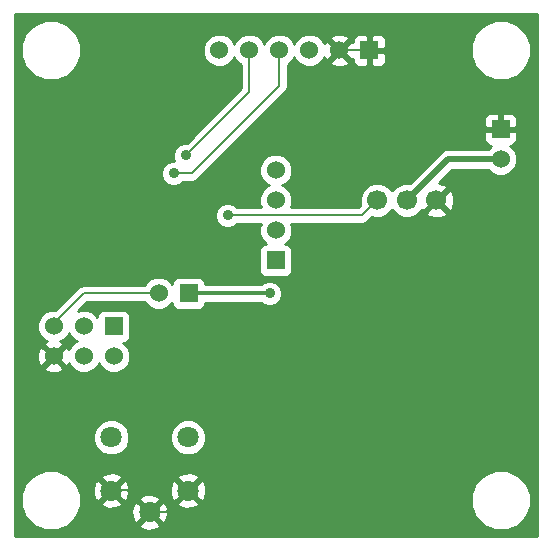
<source format=gbl>
G04 (created by PCBNEW-RS274X (2011-nov-30)-testing) date Tue 24 Jan 2012 06:26:41 PM EST*
G01*
G70*
G90*
%MOIN*%
G04 Gerber Fmt 3.4, Leading zero omitted, Abs format*
%FSLAX34Y34*%
G04 APERTURE LIST*
%ADD10C,0.006000*%
%ADD11C,0.066900*%
%ADD12R,0.060000X0.060000*%
%ADD13C,0.060000*%
%ADD14C,0.070900*%
%ADD15C,0.035000*%
%ADD16C,0.020000*%
%ADD17C,0.012000*%
%ADD18C,0.010000*%
G04 APERTURE END LIST*
G54D10*
G54D11*
X66359Y-54500D03*
X65375Y-54500D03*
X64391Y-54500D03*
G54D12*
X64125Y-49500D03*
G54D13*
X63125Y-49500D03*
X62125Y-49500D03*
X61125Y-49500D03*
X60125Y-49500D03*
X59125Y-49500D03*
G54D12*
X68500Y-52125D03*
G54D13*
X68500Y-53125D03*
G54D12*
X58100Y-57600D03*
G54D13*
X57100Y-57600D03*
G54D12*
X55600Y-58700D03*
G54D13*
X55600Y-59700D03*
X54600Y-58700D03*
X54600Y-59700D03*
X53600Y-58700D03*
X53600Y-59700D03*
G54D14*
X55520Y-62400D03*
X58080Y-62400D03*
X55520Y-64172D03*
X58080Y-64172D03*
X56800Y-64900D03*
G54D12*
X61000Y-56500D03*
G54D13*
X61000Y-55500D03*
X61000Y-54500D03*
X61000Y-53500D03*
G54D15*
X56550Y-52250D03*
X66800Y-58400D03*
X67600Y-58400D03*
X66000Y-58400D03*
X65200Y-58400D03*
X64400Y-58400D03*
X56700Y-53000D03*
X60800Y-57600D03*
X57600Y-53600D03*
X59400Y-55000D03*
X58000Y-53000D03*
G54D16*
X66750Y-53125D02*
X68500Y-53125D01*
X65375Y-54500D02*
X66750Y-53125D01*
G54D10*
X58100Y-64150D02*
X57350Y-64900D01*
X56050Y-64150D02*
X55500Y-64150D01*
X56800Y-64900D02*
X56050Y-64150D01*
X58080Y-64172D02*
X58100Y-64150D01*
X57350Y-64900D02*
X56800Y-64900D01*
X56550Y-52250D02*
X56550Y-52850D01*
X66000Y-58400D02*
X66800Y-58400D01*
X55500Y-64150D02*
X55520Y-64172D01*
X66000Y-58400D02*
X65200Y-58400D01*
X56550Y-52850D02*
X56700Y-53000D01*
X64125Y-49500D02*
X63125Y-49500D01*
G54D17*
X58100Y-57600D02*
X60800Y-57600D01*
G54D10*
X53600Y-58700D02*
X53600Y-58600D01*
X54600Y-57600D02*
X57100Y-57600D01*
X53600Y-58600D02*
X54600Y-57600D01*
X57600Y-53600D02*
X58200Y-53600D01*
X58200Y-53600D02*
X61125Y-50675D01*
X61125Y-50675D02*
X61125Y-49500D01*
X63891Y-55000D02*
X64391Y-54500D01*
X59400Y-55000D02*
X63891Y-55000D01*
X60125Y-50875D02*
X60125Y-49500D01*
X58000Y-53000D02*
X60125Y-50875D01*
G36*
X69700Y-65700D02*
X69500Y-65700D01*
X69500Y-64700D01*
X69500Y-64302D01*
X69500Y-49700D01*
X69500Y-49302D01*
X69348Y-48934D01*
X69067Y-48653D01*
X68700Y-48500D01*
X68302Y-48500D01*
X67934Y-48652D01*
X67653Y-48933D01*
X67500Y-49300D01*
X67500Y-49698D01*
X67652Y-50066D01*
X67933Y-50347D01*
X68300Y-50500D01*
X68698Y-50500D01*
X69066Y-50348D01*
X69347Y-50067D01*
X69500Y-49700D01*
X69500Y-64302D01*
X69348Y-63934D01*
X69067Y-63653D01*
X69050Y-63645D01*
X69050Y-52237D01*
X69050Y-52013D01*
X69049Y-51776D01*
X69011Y-51684D01*
X68941Y-51614D01*
X68850Y-51576D01*
X68751Y-51576D01*
X68612Y-51575D01*
X68550Y-51637D01*
X68550Y-52075D01*
X68988Y-52075D01*
X69050Y-52013D01*
X69050Y-52237D01*
X68988Y-52175D01*
X68600Y-52175D01*
X68550Y-52175D01*
X68450Y-52175D01*
X68450Y-52075D01*
X68450Y-51637D01*
X68388Y-51575D01*
X68249Y-51576D01*
X68150Y-51576D01*
X68059Y-51614D01*
X67989Y-51684D01*
X67951Y-51776D01*
X67950Y-52013D01*
X68012Y-52075D01*
X68450Y-52075D01*
X68450Y-52175D01*
X68400Y-52175D01*
X68012Y-52175D01*
X67950Y-52237D01*
X67951Y-52474D01*
X67989Y-52566D01*
X68059Y-52636D01*
X68150Y-52674D01*
X68175Y-52674D01*
X68074Y-52775D01*
X66750Y-52775D01*
X66616Y-52802D01*
X66502Y-52878D01*
X65464Y-53916D01*
X65259Y-53916D01*
X65044Y-54005D01*
X64883Y-54166D01*
X64722Y-54005D01*
X64675Y-53985D01*
X64675Y-49612D01*
X64675Y-49388D01*
X64674Y-49249D01*
X64674Y-49150D01*
X64636Y-49059D01*
X64566Y-48989D01*
X64474Y-48951D01*
X64237Y-48950D01*
X64175Y-49012D01*
X64175Y-49450D01*
X64613Y-49450D01*
X64675Y-49388D01*
X64675Y-49612D01*
X64613Y-49550D01*
X64175Y-49550D01*
X64175Y-49988D01*
X64237Y-50050D01*
X64474Y-50049D01*
X64566Y-50011D01*
X64636Y-49941D01*
X64674Y-49850D01*
X64674Y-49751D01*
X64675Y-49612D01*
X64675Y-53985D01*
X64507Y-53916D01*
X64275Y-53916D01*
X64075Y-53998D01*
X64075Y-49988D01*
X64075Y-49600D01*
X64075Y-49550D01*
X64075Y-49450D01*
X64075Y-49400D01*
X64075Y-49012D01*
X64013Y-48950D01*
X63776Y-48951D01*
X63684Y-48989D01*
X63614Y-49059D01*
X63576Y-49150D01*
X63576Y-49205D01*
X63510Y-49185D01*
X63440Y-49255D01*
X63440Y-49115D01*
X63411Y-49020D01*
X63206Y-48947D01*
X62988Y-48958D01*
X62839Y-49020D01*
X62810Y-49115D01*
X63125Y-49429D01*
X63440Y-49115D01*
X63440Y-49255D01*
X63196Y-49500D01*
X63510Y-49815D01*
X63576Y-49794D01*
X63576Y-49850D01*
X63614Y-49941D01*
X63684Y-50011D01*
X63776Y-50049D01*
X64013Y-50050D01*
X64075Y-49988D01*
X64075Y-53998D01*
X64060Y-54005D01*
X63896Y-54169D01*
X63807Y-54384D01*
X63807Y-54616D01*
X63828Y-54666D01*
X63775Y-54720D01*
X63440Y-54720D01*
X63440Y-49885D01*
X63125Y-49571D01*
X63054Y-49641D01*
X63054Y-49500D01*
X62740Y-49185D01*
X62645Y-49214D01*
X62624Y-49271D01*
X62590Y-49189D01*
X62436Y-49035D01*
X62234Y-48951D01*
X62016Y-48951D01*
X61814Y-49035D01*
X61660Y-49189D01*
X61625Y-49273D01*
X61590Y-49189D01*
X61436Y-49035D01*
X61234Y-48951D01*
X61016Y-48951D01*
X60814Y-49035D01*
X60660Y-49189D01*
X60625Y-49273D01*
X60590Y-49189D01*
X60436Y-49035D01*
X60234Y-48951D01*
X60016Y-48951D01*
X59814Y-49035D01*
X59660Y-49189D01*
X59625Y-49273D01*
X59590Y-49189D01*
X59436Y-49035D01*
X59234Y-48951D01*
X59016Y-48951D01*
X58814Y-49035D01*
X58660Y-49189D01*
X58576Y-49391D01*
X58576Y-49609D01*
X58660Y-49811D01*
X58814Y-49965D01*
X59016Y-50049D01*
X59234Y-50049D01*
X59436Y-49965D01*
X59590Y-49811D01*
X59625Y-49726D01*
X59660Y-49811D01*
X59814Y-49965D01*
X59845Y-49977D01*
X59845Y-50759D01*
X58029Y-52575D01*
X57916Y-52575D01*
X57760Y-52639D01*
X57640Y-52759D01*
X57575Y-52915D01*
X57575Y-53084D01*
X57612Y-53175D01*
X57516Y-53175D01*
X57360Y-53239D01*
X57240Y-53359D01*
X57175Y-53515D01*
X57175Y-53684D01*
X57239Y-53840D01*
X57359Y-53960D01*
X57515Y-54025D01*
X57684Y-54025D01*
X57840Y-53961D01*
X57921Y-53880D01*
X58200Y-53880D01*
X58307Y-53859D01*
X58398Y-53798D01*
X61323Y-50873D01*
X61383Y-50783D01*
X61384Y-50782D01*
X61405Y-50675D01*
X61405Y-49977D01*
X61436Y-49965D01*
X61590Y-49811D01*
X61625Y-49726D01*
X61660Y-49811D01*
X61814Y-49965D01*
X62016Y-50049D01*
X62234Y-50049D01*
X62436Y-49965D01*
X62590Y-49811D01*
X62622Y-49732D01*
X62645Y-49786D01*
X62740Y-49815D01*
X63054Y-49500D01*
X63054Y-49641D01*
X62810Y-49885D01*
X62839Y-49980D01*
X63044Y-50053D01*
X63262Y-50042D01*
X63411Y-49980D01*
X63440Y-49885D01*
X63440Y-54720D01*
X61502Y-54720D01*
X61549Y-54609D01*
X61549Y-54391D01*
X61465Y-54189D01*
X61311Y-54035D01*
X61226Y-54000D01*
X61311Y-53965D01*
X61465Y-53811D01*
X61549Y-53609D01*
X61549Y-53391D01*
X61465Y-53189D01*
X61311Y-53035D01*
X61109Y-52951D01*
X60891Y-52951D01*
X60689Y-53035D01*
X60535Y-53189D01*
X60451Y-53391D01*
X60451Y-53609D01*
X60535Y-53811D01*
X60689Y-53965D01*
X60773Y-54000D01*
X60689Y-54035D01*
X60535Y-54189D01*
X60451Y-54391D01*
X60451Y-54609D01*
X60497Y-54720D01*
X59721Y-54720D01*
X59641Y-54640D01*
X59485Y-54575D01*
X59316Y-54575D01*
X59160Y-54639D01*
X59040Y-54759D01*
X58975Y-54915D01*
X58975Y-55084D01*
X59039Y-55240D01*
X59159Y-55360D01*
X59315Y-55425D01*
X59484Y-55425D01*
X59640Y-55361D01*
X59721Y-55280D01*
X60497Y-55280D01*
X60451Y-55391D01*
X60451Y-55609D01*
X60535Y-55811D01*
X60675Y-55951D01*
X60651Y-55951D01*
X60559Y-55989D01*
X60489Y-56059D01*
X60451Y-56150D01*
X60451Y-56249D01*
X60451Y-56849D01*
X60489Y-56941D01*
X60559Y-57011D01*
X60650Y-57049D01*
X60749Y-57049D01*
X61349Y-57049D01*
X61441Y-57011D01*
X61511Y-56941D01*
X61549Y-56850D01*
X61549Y-56751D01*
X61549Y-56151D01*
X61511Y-56059D01*
X61441Y-55989D01*
X61350Y-55951D01*
X61325Y-55951D01*
X61465Y-55811D01*
X61549Y-55609D01*
X61549Y-55391D01*
X61502Y-55280D01*
X63891Y-55280D01*
X63998Y-55259D01*
X64089Y-55198D01*
X64224Y-55062D01*
X64275Y-55084D01*
X64507Y-55084D01*
X64722Y-54995D01*
X64883Y-54834D01*
X65044Y-54995D01*
X65259Y-55084D01*
X65491Y-55084D01*
X65706Y-54995D01*
X65870Y-54831D01*
X65876Y-54815D01*
X65949Y-54839D01*
X66253Y-54535D01*
X66288Y-54500D01*
X66359Y-54429D01*
X66394Y-54394D01*
X66698Y-54090D01*
X66667Y-53992D01*
X66455Y-53914D01*
X66894Y-53475D01*
X68074Y-53475D01*
X68189Y-53590D01*
X68391Y-53674D01*
X68609Y-53674D01*
X68811Y-53590D01*
X68965Y-53436D01*
X69049Y-53234D01*
X69049Y-53016D01*
X68965Y-52814D01*
X68825Y-52674D01*
X68850Y-52674D01*
X68941Y-52636D01*
X69011Y-52566D01*
X69049Y-52474D01*
X69050Y-52237D01*
X69050Y-63645D01*
X68700Y-63500D01*
X68302Y-63500D01*
X67934Y-63652D01*
X67653Y-63933D01*
X67500Y-64300D01*
X67500Y-64698D01*
X67652Y-65066D01*
X67933Y-65347D01*
X68300Y-65500D01*
X68698Y-65500D01*
X69066Y-65348D01*
X69347Y-65067D01*
X69500Y-64700D01*
X69500Y-65700D01*
X66947Y-65700D01*
X66947Y-54590D01*
X66937Y-54358D01*
X66867Y-54192D01*
X66769Y-54161D01*
X66430Y-54500D01*
X66769Y-54839D01*
X66867Y-54808D01*
X66947Y-54590D01*
X66947Y-65700D01*
X66698Y-65700D01*
X66698Y-54910D01*
X66359Y-54571D01*
X66020Y-54910D01*
X66051Y-55008D01*
X66269Y-55088D01*
X66501Y-55078D01*
X66667Y-55008D01*
X66698Y-54910D01*
X66698Y-65700D01*
X61225Y-65700D01*
X61225Y-57685D01*
X61225Y-57516D01*
X61161Y-57360D01*
X61041Y-57240D01*
X60885Y-57175D01*
X60716Y-57175D01*
X60560Y-57239D01*
X60509Y-57290D01*
X58649Y-57290D01*
X58649Y-57251D01*
X58611Y-57159D01*
X58541Y-57089D01*
X58450Y-57051D01*
X58351Y-57051D01*
X57751Y-57051D01*
X57659Y-57089D01*
X57589Y-57159D01*
X57551Y-57250D01*
X57551Y-57275D01*
X57411Y-57135D01*
X57209Y-57051D01*
X56991Y-57051D01*
X56789Y-57135D01*
X56635Y-57289D01*
X56622Y-57320D01*
X54600Y-57320D01*
X54500Y-57339D01*
X54500Y-49700D01*
X54500Y-49302D01*
X54348Y-48934D01*
X54067Y-48653D01*
X53700Y-48500D01*
X53302Y-48500D01*
X52934Y-48652D01*
X52653Y-48933D01*
X52500Y-49300D01*
X52500Y-49698D01*
X52652Y-50066D01*
X52933Y-50347D01*
X53300Y-50500D01*
X53698Y-50500D01*
X54066Y-50348D01*
X54347Y-50067D01*
X54500Y-49700D01*
X54500Y-57339D01*
X54492Y-57341D01*
X54402Y-57402D01*
X53653Y-58151D01*
X53491Y-58151D01*
X53289Y-58235D01*
X53135Y-58389D01*
X53051Y-58591D01*
X53051Y-58809D01*
X53135Y-59011D01*
X53289Y-59165D01*
X53367Y-59197D01*
X53314Y-59220D01*
X53285Y-59315D01*
X53600Y-59629D01*
X53915Y-59315D01*
X53886Y-59220D01*
X53828Y-59199D01*
X53911Y-59165D01*
X54065Y-59011D01*
X54100Y-58926D01*
X54135Y-59011D01*
X54289Y-59165D01*
X54373Y-59200D01*
X54289Y-59235D01*
X54135Y-59389D01*
X54102Y-59467D01*
X54080Y-59414D01*
X53985Y-59385D01*
X53671Y-59700D01*
X53985Y-60015D01*
X54080Y-59986D01*
X54100Y-59928D01*
X54135Y-60011D01*
X54289Y-60165D01*
X54491Y-60249D01*
X54709Y-60249D01*
X54911Y-60165D01*
X55065Y-60011D01*
X55100Y-59926D01*
X55135Y-60011D01*
X55289Y-60165D01*
X55491Y-60249D01*
X55709Y-60249D01*
X55911Y-60165D01*
X56065Y-60011D01*
X56149Y-59809D01*
X56149Y-59591D01*
X56065Y-59389D01*
X55925Y-59249D01*
X55949Y-59249D01*
X56041Y-59211D01*
X56111Y-59141D01*
X56149Y-59050D01*
X56149Y-58951D01*
X56149Y-58351D01*
X56111Y-58259D01*
X56041Y-58189D01*
X55950Y-58151D01*
X55851Y-58151D01*
X55251Y-58151D01*
X55159Y-58189D01*
X55089Y-58259D01*
X55051Y-58350D01*
X55051Y-58375D01*
X54911Y-58235D01*
X54709Y-58151D01*
X54491Y-58151D01*
X54412Y-58183D01*
X54716Y-57880D01*
X56622Y-57880D01*
X56635Y-57911D01*
X56789Y-58065D01*
X56991Y-58149D01*
X57209Y-58149D01*
X57411Y-58065D01*
X57551Y-57925D01*
X57551Y-57949D01*
X57589Y-58041D01*
X57659Y-58111D01*
X57750Y-58149D01*
X57849Y-58149D01*
X58449Y-58149D01*
X58541Y-58111D01*
X58611Y-58041D01*
X58649Y-57950D01*
X58649Y-57910D01*
X60509Y-57910D01*
X60559Y-57960D01*
X60715Y-58025D01*
X60884Y-58025D01*
X61040Y-57961D01*
X61160Y-57841D01*
X61225Y-57685D01*
X61225Y-65700D01*
X58687Y-65700D01*
X58687Y-64267D01*
X58683Y-64171D01*
X58683Y-62521D01*
X58683Y-62281D01*
X58592Y-62059D01*
X58422Y-61889D01*
X58201Y-61797D01*
X57961Y-61797D01*
X57739Y-61888D01*
X57569Y-62058D01*
X57477Y-62279D01*
X57477Y-62519D01*
X57568Y-62741D01*
X57738Y-62911D01*
X57959Y-63003D01*
X58199Y-63003D01*
X58421Y-62912D01*
X58591Y-62742D01*
X58683Y-62521D01*
X58683Y-64171D01*
X58677Y-64028D01*
X58605Y-63852D01*
X58504Y-63818D01*
X58434Y-63888D01*
X58434Y-63748D01*
X58400Y-63647D01*
X58175Y-63565D01*
X57936Y-63575D01*
X57760Y-63647D01*
X57726Y-63748D01*
X58080Y-64101D01*
X58434Y-63748D01*
X58434Y-63888D01*
X58151Y-64172D01*
X58504Y-64526D01*
X58605Y-64492D01*
X58687Y-64267D01*
X58687Y-65700D01*
X58434Y-65700D01*
X58434Y-64596D01*
X58080Y-64243D01*
X58009Y-64313D01*
X58009Y-64172D01*
X57656Y-63818D01*
X57555Y-63852D01*
X57473Y-64077D01*
X57483Y-64316D01*
X57555Y-64492D01*
X57656Y-64526D01*
X58009Y-64172D01*
X58009Y-64313D01*
X57726Y-64596D01*
X57760Y-64697D01*
X57985Y-64779D01*
X58224Y-64769D01*
X58400Y-64697D01*
X58434Y-64596D01*
X58434Y-65700D01*
X57407Y-65700D01*
X57407Y-64995D01*
X57397Y-64756D01*
X57325Y-64580D01*
X57224Y-64546D01*
X57154Y-64616D01*
X57154Y-64476D01*
X57120Y-64375D01*
X56895Y-64293D01*
X56656Y-64303D01*
X56480Y-64375D01*
X56446Y-64476D01*
X56800Y-64829D01*
X57154Y-64476D01*
X57154Y-64616D01*
X56871Y-64900D01*
X57224Y-65254D01*
X57325Y-65220D01*
X57407Y-64995D01*
X57407Y-65700D01*
X57154Y-65700D01*
X57154Y-65324D01*
X56800Y-64971D01*
X56729Y-65041D01*
X56729Y-64900D01*
X56376Y-64546D01*
X56275Y-64580D01*
X56193Y-64805D01*
X56203Y-65044D01*
X56275Y-65220D01*
X56376Y-65254D01*
X56729Y-64900D01*
X56729Y-65041D01*
X56446Y-65324D01*
X56480Y-65425D01*
X56705Y-65507D01*
X56944Y-65497D01*
X57120Y-65425D01*
X57154Y-65324D01*
X57154Y-65700D01*
X56127Y-65700D01*
X56127Y-64267D01*
X56123Y-64171D01*
X56123Y-62521D01*
X56123Y-62281D01*
X56032Y-62059D01*
X55862Y-61889D01*
X55641Y-61797D01*
X55401Y-61797D01*
X55179Y-61888D01*
X55009Y-62058D01*
X54917Y-62279D01*
X54917Y-62519D01*
X55008Y-62741D01*
X55178Y-62911D01*
X55399Y-63003D01*
X55639Y-63003D01*
X55861Y-62912D01*
X56031Y-62742D01*
X56123Y-62521D01*
X56123Y-64171D01*
X56117Y-64028D01*
X56045Y-63852D01*
X55944Y-63818D01*
X55874Y-63888D01*
X55874Y-63748D01*
X55840Y-63647D01*
X55615Y-63565D01*
X55376Y-63575D01*
X55200Y-63647D01*
X55166Y-63748D01*
X55520Y-64101D01*
X55874Y-63748D01*
X55874Y-63888D01*
X55591Y-64172D01*
X55944Y-64526D01*
X56045Y-64492D01*
X56127Y-64267D01*
X56127Y-65700D01*
X55874Y-65700D01*
X55874Y-64596D01*
X55520Y-64243D01*
X55449Y-64313D01*
X55449Y-64172D01*
X55096Y-63818D01*
X54995Y-63852D01*
X54913Y-64077D01*
X54923Y-64316D01*
X54995Y-64492D01*
X55096Y-64526D01*
X55449Y-64172D01*
X55449Y-64313D01*
X55166Y-64596D01*
X55200Y-64697D01*
X55425Y-64779D01*
X55664Y-64769D01*
X55840Y-64697D01*
X55874Y-64596D01*
X55874Y-65700D01*
X54500Y-65700D01*
X54500Y-64700D01*
X54500Y-64302D01*
X54348Y-63934D01*
X54067Y-63653D01*
X53915Y-63589D01*
X53915Y-60085D01*
X53600Y-59771D01*
X53529Y-59841D01*
X53529Y-59700D01*
X53215Y-59385D01*
X53120Y-59414D01*
X53047Y-59619D01*
X53058Y-59837D01*
X53120Y-59986D01*
X53215Y-60015D01*
X53529Y-59700D01*
X53529Y-59841D01*
X53285Y-60085D01*
X53314Y-60180D01*
X53519Y-60253D01*
X53737Y-60242D01*
X53886Y-60180D01*
X53915Y-60085D01*
X53915Y-63589D01*
X53700Y-63500D01*
X53302Y-63500D01*
X52934Y-63652D01*
X52653Y-63933D01*
X52500Y-64300D01*
X52500Y-64698D01*
X52652Y-65066D01*
X52933Y-65347D01*
X53300Y-65500D01*
X53698Y-65500D01*
X54066Y-65348D01*
X54347Y-65067D01*
X54500Y-64700D01*
X54500Y-65700D01*
X52300Y-65700D01*
X52300Y-48300D01*
X69700Y-48300D01*
X69700Y-65700D01*
X69700Y-65700D01*
G37*
G54D18*
X69700Y-65700D02*
X69500Y-65700D01*
X69500Y-64700D01*
X69500Y-64302D01*
X69500Y-49700D01*
X69500Y-49302D01*
X69348Y-48934D01*
X69067Y-48653D01*
X68700Y-48500D01*
X68302Y-48500D01*
X67934Y-48652D01*
X67653Y-48933D01*
X67500Y-49300D01*
X67500Y-49698D01*
X67652Y-50066D01*
X67933Y-50347D01*
X68300Y-50500D01*
X68698Y-50500D01*
X69066Y-50348D01*
X69347Y-50067D01*
X69500Y-49700D01*
X69500Y-64302D01*
X69348Y-63934D01*
X69067Y-63653D01*
X69050Y-63645D01*
X69050Y-52237D01*
X69050Y-52013D01*
X69049Y-51776D01*
X69011Y-51684D01*
X68941Y-51614D01*
X68850Y-51576D01*
X68751Y-51576D01*
X68612Y-51575D01*
X68550Y-51637D01*
X68550Y-52075D01*
X68988Y-52075D01*
X69050Y-52013D01*
X69050Y-52237D01*
X68988Y-52175D01*
X68600Y-52175D01*
X68550Y-52175D01*
X68450Y-52175D01*
X68450Y-52075D01*
X68450Y-51637D01*
X68388Y-51575D01*
X68249Y-51576D01*
X68150Y-51576D01*
X68059Y-51614D01*
X67989Y-51684D01*
X67951Y-51776D01*
X67950Y-52013D01*
X68012Y-52075D01*
X68450Y-52075D01*
X68450Y-52175D01*
X68400Y-52175D01*
X68012Y-52175D01*
X67950Y-52237D01*
X67951Y-52474D01*
X67989Y-52566D01*
X68059Y-52636D01*
X68150Y-52674D01*
X68175Y-52674D01*
X68074Y-52775D01*
X66750Y-52775D01*
X66616Y-52802D01*
X66502Y-52878D01*
X65464Y-53916D01*
X65259Y-53916D01*
X65044Y-54005D01*
X64883Y-54166D01*
X64722Y-54005D01*
X64675Y-53985D01*
X64675Y-49612D01*
X64675Y-49388D01*
X64674Y-49249D01*
X64674Y-49150D01*
X64636Y-49059D01*
X64566Y-48989D01*
X64474Y-48951D01*
X64237Y-48950D01*
X64175Y-49012D01*
X64175Y-49450D01*
X64613Y-49450D01*
X64675Y-49388D01*
X64675Y-49612D01*
X64613Y-49550D01*
X64175Y-49550D01*
X64175Y-49988D01*
X64237Y-50050D01*
X64474Y-50049D01*
X64566Y-50011D01*
X64636Y-49941D01*
X64674Y-49850D01*
X64674Y-49751D01*
X64675Y-49612D01*
X64675Y-53985D01*
X64507Y-53916D01*
X64275Y-53916D01*
X64075Y-53998D01*
X64075Y-49988D01*
X64075Y-49600D01*
X64075Y-49550D01*
X64075Y-49450D01*
X64075Y-49400D01*
X64075Y-49012D01*
X64013Y-48950D01*
X63776Y-48951D01*
X63684Y-48989D01*
X63614Y-49059D01*
X63576Y-49150D01*
X63576Y-49205D01*
X63510Y-49185D01*
X63440Y-49255D01*
X63440Y-49115D01*
X63411Y-49020D01*
X63206Y-48947D01*
X62988Y-48958D01*
X62839Y-49020D01*
X62810Y-49115D01*
X63125Y-49429D01*
X63440Y-49115D01*
X63440Y-49255D01*
X63196Y-49500D01*
X63510Y-49815D01*
X63576Y-49794D01*
X63576Y-49850D01*
X63614Y-49941D01*
X63684Y-50011D01*
X63776Y-50049D01*
X64013Y-50050D01*
X64075Y-49988D01*
X64075Y-53998D01*
X64060Y-54005D01*
X63896Y-54169D01*
X63807Y-54384D01*
X63807Y-54616D01*
X63828Y-54666D01*
X63775Y-54720D01*
X63440Y-54720D01*
X63440Y-49885D01*
X63125Y-49571D01*
X63054Y-49641D01*
X63054Y-49500D01*
X62740Y-49185D01*
X62645Y-49214D01*
X62624Y-49271D01*
X62590Y-49189D01*
X62436Y-49035D01*
X62234Y-48951D01*
X62016Y-48951D01*
X61814Y-49035D01*
X61660Y-49189D01*
X61625Y-49273D01*
X61590Y-49189D01*
X61436Y-49035D01*
X61234Y-48951D01*
X61016Y-48951D01*
X60814Y-49035D01*
X60660Y-49189D01*
X60625Y-49273D01*
X60590Y-49189D01*
X60436Y-49035D01*
X60234Y-48951D01*
X60016Y-48951D01*
X59814Y-49035D01*
X59660Y-49189D01*
X59625Y-49273D01*
X59590Y-49189D01*
X59436Y-49035D01*
X59234Y-48951D01*
X59016Y-48951D01*
X58814Y-49035D01*
X58660Y-49189D01*
X58576Y-49391D01*
X58576Y-49609D01*
X58660Y-49811D01*
X58814Y-49965D01*
X59016Y-50049D01*
X59234Y-50049D01*
X59436Y-49965D01*
X59590Y-49811D01*
X59625Y-49726D01*
X59660Y-49811D01*
X59814Y-49965D01*
X59845Y-49977D01*
X59845Y-50759D01*
X58029Y-52575D01*
X57916Y-52575D01*
X57760Y-52639D01*
X57640Y-52759D01*
X57575Y-52915D01*
X57575Y-53084D01*
X57612Y-53175D01*
X57516Y-53175D01*
X57360Y-53239D01*
X57240Y-53359D01*
X57175Y-53515D01*
X57175Y-53684D01*
X57239Y-53840D01*
X57359Y-53960D01*
X57515Y-54025D01*
X57684Y-54025D01*
X57840Y-53961D01*
X57921Y-53880D01*
X58200Y-53880D01*
X58307Y-53859D01*
X58398Y-53798D01*
X61323Y-50873D01*
X61383Y-50783D01*
X61384Y-50782D01*
X61405Y-50675D01*
X61405Y-49977D01*
X61436Y-49965D01*
X61590Y-49811D01*
X61625Y-49726D01*
X61660Y-49811D01*
X61814Y-49965D01*
X62016Y-50049D01*
X62234Y-50049D01*
X62436Y-49965D01*
X62590Y-49811D01*
X62622Y-49732D01*
X62645Y-49786D01*
X62740Y-49815D01*
X63054Y-49500D01*
X63054Y-49641D01*
X62810Y-49885D01*
X62839Y-49980D01*
X63044Y-50053D01*
X63262Y-50042D01*
X63411Y-49980D01*
X63440Y-49885D01*
X63440Y-54720D01*
X61502Y-54720D01*
X61549Y-54609D01*
X61549Y-54391D01*
X61465Y-54189D01*
X61311Y-54035D01*
X61226Y-54000D01*
X61311Y-53965D01*
X61465Y-53811D01*
X61549Y-53609D01*
X61549Y-53391D01*
X61465Y-53189D01*
X61311Y-53035D01*
X61109Y-52951D01*
X60891Y-52951D01*
X60689Y-53035D01*
X60535Y-53189D01*
X60451Y-53391D01*
X60451Y-53609D01*
X60535Y-53811D01*
X60689Y-53965D01*
X60773Y-54000D01*
X60689Y-54035D01*
X60535Y-54189D01*
X60451Y-54391D01*
X60451Y-54609D01*
X60497Y-54720D01*
X59721Y-54720D01*
X59641Y-54640D01*
X59485Y-54575D01*
X59316Y-54575D01*
X59160Y-54639D01*
X59040Y-54759D01*
X58975Y-54915D01*
X58975Y-55084D01*
X59039Y-55240D01*
X59159Y-55360D01*
X59315Y-55425D01*
X59484Y-55425D01*
X59640Y-55361D01*
X59721Y-55280D01*
X60497Y-55280D01*
X60451Y-55391D01*
X60451Y-55609D01*
X60535Y-55811D01*
X60675Y-55951D01*
X60651Y-55951D01*
X60559Y-55989D01*
X60489Y-56059D01*
X60451Y-56150D01*
X60451Y-56249D01*
X60451Y-56849D01*
X60489Y-56941D01*
X60559Y-57011D01*
X60650Y-57049D01*
X60749Y-57049D01*
X61349Y-57049D01*
X61441Y-57011D01*
X61511Y-56941D01*
X61549Y-56850D01*
X61549Y-56751D01*
X61549Y-56151D01*
X61511Y-56059D01*
X61441Y-55989D01*
X61350Y-55951D01*
X61325Y-55951D01*
X61465Y-55811D01*
X61549Y-55609D01*
X61549Y-55391D01*
X61502Y-55280D01*
X63891Y-55280D01*
X63998Y-55259D01*
X64089Y-55198D01*
X64224Y-55062D01*
X64275Y-55084D01*
X64507Y-55084D01*
X64722Y-54995D01*
X64883Y-54834D01*
X65044Y-54995D01*
X65259Y-55084D01*
X65491Y-55084D01*
X65706Y-54995D01*
X65870Y-54831D01*
X65876Y-54815D01*
X65949Y-54839D01*
X66253Y-54535D01*
X66288Y-54500D01*
X66359Y-54429D01*
X66394Y-54394D01*
X66698Y-54090D01*
X66667Y-53992D01*
X66455Y-53914D01*
X66894Y-53475D01*
X68074Y-53475D01*
X68189Y-53590D01*
X68391Y-53674D01*
X68609Y-53674D01*
X68811Y-53590D01*
X68965Y-53436D01*
X69049Y-53234D01*
X69049Y-53016D01*
X68965Y-52814D01*
X68825Y-52674D01*
X68850Y-52674D01*
X68941Y-52636D01*
X69011Y-52566D01*
X69049Y-52474D01*
X69050Y-52237D01*
X69050Y-63645D01*
X68700Y-63500D01*
X68302Y-63500D01*
X67934Y-63652D01*
X67653Y-63933D01*
X67500Y-64300D01*
X67500Y-64698D01*
X67652Y-65066D01*
X67933Y-65347D01*
X68300Y-65500D01*
X68698Y-65500D01*
X69066Y-65348D01*
X69347Y-65067D01*
X69500Y-64700D01*
X69500Y-65700D01*
X66947Y-65700D01*
X66947Y-54590D01*
X66937Y-54358D01*
X66867Y-54192D01*
X66769Y-54161D01*
X66430Y-54500D01*
X66769Y-54839D01*
X66867Y-54808D01*
X66947Y-54590D01*
X66947Y-65700D01*
X66698Y-65700D01*
X66698Y-54910D01*
X66359Y-54571D01*
X66020Y-54910D01*
X66051Y-55008D01*
X66269Y-55088D01*
X66501Y-55078D01*
X66667Y-55008D01*
X66698Y-54910D01*
X66698Y-65700D01*
X61225Y-65700D01*
X61225Y-57685D01*
X61225Y-57516D01*
X61161Y-57360D01*
X61041Y-57240D01*
X60885Y-57175D01*
X60716Y-57175D01*
X60560Y-57239D01*
X60509Y-57290D01*
X58649Y-57290D01*
X58649Y-57251D01*
X58611Y-57159D01*
X58541Y-57089D01*
X58450Y-57051D01*
X58351Y-57051D01*
X57751Y-57051D01*
X57659Y-57089D01*
X57589Y-57159D01*
X57551Y-57250D01*
X57551Y-57275D01*
X57411Y-57135D01*
X57209Y-57051D01*
X56991Y-57051D01*
X56789Y-57135D01*
X56635Y-57289D01*
X56622Y-57320D01*
X54600Y-57320D01*
X54500Y-57339D01*
X54500Y-49700D01*
X54500Y-49302D01*
X54348Y-48934D01*
X54067Y-48653D01*
X53700Y-48500D01*
X53302Y-48500D01*
X52934Y-48652D01*
X52653Y-48933D01*
X52500Y-49300D01*
X52500Y-49698D01*
X52652Y-50066D01*
X52933Y-50347D01*
X53300Y-50500D01*
X53698Y-50500D01*
X54066Y-50348D01*
X54347Y-50067D01*
X54500Y-49700D01*
X54500Y-57339D01*
X54492Y-57341D01*
X54402Y-57402D01*
X53653Y-58151D01*
X53491Y-58151D01*
X53289Y-58235D01*
X53135Y-58389D01*
X53051Y-58591D01*
X53051Y-58809D01*
X53135Y-59011D01*
X53289Y-59165D01*
X53367Y-59197D01*
X53314Y-59220D01*
X53285Y-59315D01*
X53600Y-59629D01*
X53915Y-59315D01*
X53886Y-59220D01*
X53828Y-59199D01*
X53911Y-59165D01*
X54065Y-59011D01*
X54100Y-58926D01*
X54135Y-59011D01*
X54289Y-59165D01*
X54373Y-59200D01*
X54289Y-59235D01*
X54135Y-59389D01*
X54102Y-59467D01*
X54080Y-59414D01*
X53985Y-59385D01*
X53671Y-59700D01*
X53985Y-60015D01*
X54080Y-59986D01*
X54100Y-59928D01*
X54135Y-60011D01*
X54289Y-60165D01*
X54491Y-60249D01*
X54709Y-60249D01*
X54911Y-60165D01*
X55065Y-60011D01*
X55100Y-59926D01*
X55135Y-60011D01*
X55289Y-60165D01*
X55491Y-60249D01*
X55709Y-60249D01*
X55911Y-60165D01*
X56065Y-60011D01*
X56149Y-59809D01*
X56149Y-59591D01*
X56065Y-59389D01*
X55925Y-59249D01*
X55949Y-59249D01*
X56041Y-59211D01*
X56111Y-59141D01*
X56149Y-59050D01*
X56149Y-58951D01*
X56149Y-58351D01*
X56111Y-58259D01*
X56041Y-58189D01*
X55950Y-58151D01*
X55851Y-58151D01*
X55251Y-58151D01*
X55159Y-58189D01*
X55089Y-58259D01*
X55051Y-58350D01*
X55051Y-58375D01*
X54911Y-58235D01*
X54709Y-58151D01*
X54491Y-58151D01*
X54412Y-58183D01*
X54716Y-57880D01*
X56622Y-57880D01*
X56635Y-57911D01*
X56789Y-58065D01*
X56991Y-58149D01*
X57209Y-58149D01*
X57411Y-58065D01*
X57551Y-57925D01*
X57551Y-57949D01*
X57589Y-58041D01*
X57659Y-58111D01*
X57750Y-58149D01*
X57849Y-58149D01*
X58449Y-58149D01*
X58541Y-58111D01*
X58611Y-58041D01*
X58649Y-57950D01*
X58649Y-57910D01*
X60509Y-57910D01*
X60559Y-57960D01*
X60715Y-58025D01*
X60884Y-58025D01*
X61040Y-57961D01*
X61160Y-57841D01*
X61225Y-57685D01*
X61225Y-65700D01*
X58687Y-65700D01*
X58687Y-64267D01*
X58683Y-64171D01*
X58683Y-62521D01*
X58683Y-62281D01*
X58592Y-62059D01*
X58422Y-61889D01*
X58201Y-61797D01*
X57961Y-61797D01*
X57739Y-61888D01*
X57569Y-62058D01*
X57477Y-62279D01*
X57477Y-62519D01*
X57568Y-62741D01*
X57738Y-62911D01*
X57959Y-63003D01*
X58199Y-63003D01*
X58421Y-62912D01*
X58591Y-62742D01*
X58683Y-62521D01*
X58683Y-64171D01*
X58677Y-64028D01*
X58605Y-63852D01*
X58504Y-63818D01*
X58434Y-63888D01*
X58434Y-63748D01*
X58400Y-63647D01*
X58175Y-63565D01*
X57936Y-63575D01*
X57760Y-63647D01*
X57726Y-63748D01*
X58080Y-64101D01*
X58434Y-63748D01*
X58434Y-63888D01*
X58151Y-64172D01*
X58504Y-64526D01*
X58605Y-64492D01*
X58687Y-64267D01*
X58687Y-65700D01*
X58434Y-65700D01*
X58434Y-64596D01*
X58080Y-64243D01*
X58009Y-64313D01*
X58009Y-64172D01*
X57656Y-63818D01*
X57555Y-63852D01*
X57473Y-64077D01*
X57483Y-64316D01*
X57555Y-64492D01*
X57656Y-64526D01*
X58009Y-64172D01*
X58009Y-64313D01*
X57726Y-64596D01*
X57760Y-64697D01*
X57985Y-64779D01*
X58224Y-64769D01*
X58400Y-64697D01*
X58434Y-64596D01*
X58434Y-65700D01*
X57407Y-65700D01*
X57407Y-64995D01*
X57397Y-64756D01*
X57325Y-64580D01*
X57224Y-64546D01*
X57154Y-64616D01*
X57154Y-64476D01*
X57120Y-64375D01*
X56895Y-64293D01*
X56656Y-64303D01*
X56480Y-64375D01*
X56446Y-64476D01*
X56800Y-64829D01*
X57154Y-64476D01*
X57154Y-64616D01*
X56871Y-64900D01*
X57224Y-65254D01*
X57325Y-65220D01*
X57407Y-64995D01*
X57407Y-65700D01*
X57154Y-65700D01*
X57154Y-65324D01*
X56800Y-64971D01*
X56729Y-65041D01*
X56729Y-64900D01*
X56376Y-64546D01*
X56275Y-64580D01*
X56193Y-64805D01*
X56203Y-65044D01*
X56275Y-65220D01*
X56376Y-65254D01*
X56729Y-64900D01*
X56729Y-65041D01*
X56446Y-65324D01*
X56480Y-65425D01*
X56705Y-65507D01*
X56944Y-65497D01*
X57120Y-65425D01*
X57154Y-65324D01*
X57154Y-65700D01*
X56127Y-65700D01*
X56127Y-64267D01*
X56123Y-64171D01*
X56123Y-62521D01*
X56123Y-62281D01*
X56032Y-62059D01*
X55862Y-61889D01*
X55641Y-61797D01*
X55401Y-61797D01*
X55179Y-61888D01*
X55009Y-62058D01*
X54917Y-62279D01*
X54917Y-62519D01*
X55008Y-62741D01*
X55178Y-62911D01*
X55399Y-63003D01*
X55639Y-63003D01*
X55861Y-62912D01*
X56031Y-62742D01*
X56123Y-62521D01*
X56123Y-64171D01*
X56117Y-64028D01*
X56045Y-63852D01*
X55944Y-63818D01*
X55874Y-63888D01*
X55874Y-63748D01*
X55840Y-63647D01*
X55615Y-63565D01*
X55376Y-63575D01*
X55200Y-63647D01*
X55166Y-63748D01*
X55520Y-64101D01*
X55874Y-63748D01*
X55874Y-63888D01*
X55591Y-64172D01*
X55944Y-64526D01*
X56045Y-64492D01*
X56127Y-64267D01*
X56127Y-65700D01*
X55874Y-65700D01*
X55874Y-64596D01*
X55520Y-64243D01*
X55449Y-64313D01*
X55449Y-64172D01*
X55096Y-63818D01*
X54995Y-63852D01*
X54913Y-64077D01*
X54923Y-64316D01*
X54995Y-64492D01*
X55096Y-64526D01*
X55449Y-64172D01*
X55449Y-64313D01*
X55166Y-64596D01*
X55200Y-64697D01*
X55425Y-64779D01*
X55664Y-64769D01*
X55840Y-64697D01*
X55874Y-64596D01*
X55874Y-65700D01*
X54500Y-65700D01*
X54500Y-64700D01*
X54500Y-64302D01*
X54348Y-63934D01*
X54067Y-63653D01*
X53915Y-63589D01*
X53915Y-60085D01*
X53600Y-59771D01*
X53529Y-59841D01*
X53529Y-59700D01*
X53215Y-59385D01*
X53120Y-59414D01*
X53047Y-59619D01*
X53058Y-59837D01*
X53120Y-59986D01*
X53215Y-60015D01*
X53529Y-59700D01*
X53529Y-59841D01*
X53285Y-60085D01*
X53314Y-60180D01*
X53519Y-60253D01*
X53737Y-60242D01*
X53886Y-60180D01*
X53915Y-60085D01*
X53915Y-63589D01*
X53700Y-63500D01*
X53302Y-63500D01*
X52934Y-63652D01*
X52653Y-63933D01*
X52500Y-64300D01*
X52500Y-64698D01*
X52652Y-65066D01*
X52933Y-65347D01*
X53300Y-65500D01*
X53698Y-65500D01*
X54066Y-65348D01*
X54347Y-65067D01*
X54500Y-64700D01*
X54500Y-65700D01*
X52300Y-65700D01*
X52300Y-48300D01*
X69700Y-48300D01*
X69700Y-65700D01*
M02*

</source>
